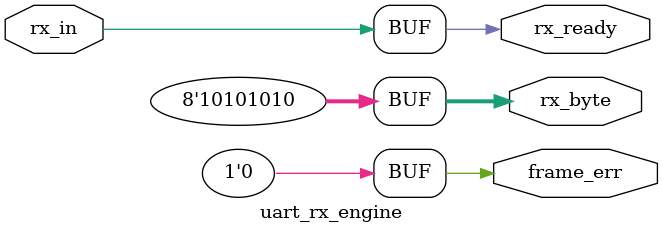
<source format=sv>
module uart_flow_control (
  input wire clk, rst_n,
  input wire rx_in, clear_to_send,
  output wire tx_out, request_to_send,
  input wire [7:0] tx_data,
  input wire tx_valid,
  output wire tx_ready,
  output wire [7:0] rx_data,
  output wire rx_valid
);
  // 内部连接信号
  wire tx_start;
  wire tx_busy;
  wire tx_done;
  wire rx_ready;
  wire [7:0] rx_byte;
  wire frame_err;
  
  // 实例化发送控制子模块
  tx_flow_controller tx_controller (
    .clk(clk),
    .rst_n(rst_n),
    .tx_valid(tx_valid),
    .tx_busy(tx_busy),
    .clear_to_send(clear_to_send),
    .tx_start(tx_start),
    .tx_ready(tx_ready)
  );
  
  // 实例化接收控制子模块
  rx_flow_controller rx_controller (
    .clk(clk),
    .rst_n(rst_n),
    .rx_ready(rx_ready),
    .rx_byte(rx_byte),
    .rx_data(rx_data),
    .rx_valid(rx_valid),
    .request_to_send(request_to_send)
  );
  
  // 实例化UART发送器
  uart_tx_engine tx_engine (
    .tx_out(tx_out),
    .tx_busy(tx_busy),
    .tx_done(tx_done),
    .tx_start(tx_start)
  );
  
  // 实例化UART接收器
  uart_rx_engine rx_engine (
    .rx_in(rx_in),
    .rx_ready(rx_ready),
    .rx_byte(rx_byte),
    .frame_err(frame_err)
  );
  
endmodule

// 发送流控制子模块
module tx_flow_controller (
  input wire clk, rst_n,
  input wire tx_valid,
  input wire tx_busy,
  input wire clear_to_send,
  output reg tx_start,
  output reg tx_ready
);
  // 内部信号
  wire tx_can_start;
  
  // 状态判断逻辑
  assign tx_can_start = tx_valid && !tx_busy && clear_to_send;
  
  // 状态更新逻辑
  always @(posedge clk or negedge rst_n) begin
    if (!rst_n) begin
      tx_start <= 1'b0;
      tx_ready <= 1'b0;
    end else begin
      if (tx_can_start) begin
        tx_start <= 1'b1;
        tx_ready <= 1'b0;
      end else begin
        tx_start <= 1'b0;
        if (!tx_busy) begin
          tx_ready <= 1'b1;
        end
      end
    end
  end
endmodule

// 接收流控制子模块
module rx_flow_controller (
  input wire clk, rst_n,
  input wire rx_ready,
  input wire [7:0] rx_byte,
  output reg [7:0] rx_data,
  output reg rx_valid,
  output wire request_to_send
);
  // 内部信号
  wire rx_can_receive;
  wire rx_data_consumed;
  
  // 流控逻辑
  assign request_to_send = !rx_valid;
  assign rx_can_receive = rx_ready && !rx_valid;
  assign rx_data_consumed = rx_valid && !request_to_send;
  
  // 状态更新逻辑
  always @(posedge clk or negedge rst_n) begin
    if (!rst_n) begin
      rx_valid <= 1'b0;
      rx_data <= 8'h00;
    end else begin
      if (rx_can_receive) begin
        rx_data <= rx_byte;
        rx_valid <= 1'b1;
      end else if (rx_data_consumed) begin
        rx_valid <= 1'b0;
      end
    end
  end
endmodule

// UART发送器引擎
module uart_tx_engine (
  output wire tx_out,
  output wire tx_busy,
  output wire tx_done,
  input wire tx_start
);
  // 简化的桩实现
  assign tx_out = 1'b1;         // 默认高电平(空闲状态)
  assign tx_busy = tx_start;    // 简单循环用于测试
  assign tx_done = !tx_busy && tx_start; // 当不忙且有启动信号时完成
endmodule

// UART接收器引擎
module uart_rx_engine (
  input wire rx_in,
  output wire rx_ready,
  output wire [7:0] rx_byte,
  output wire frame_err
);
  // 简化的桩实现
  assign rx_ready = rx_in;      // 简化实现
  assign rx_byte = 8'hAA;       // 测试数据
  assign frame_err = 1'b0;      // 无错误
endmodule
</source>
